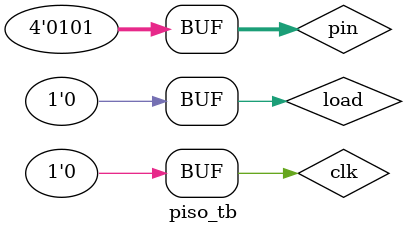
<source format=v>
/*
   Author : Harsh Dixit 
   Date : 17-02-2022
*/
`timescale 100ns


module piso(clk,pin,sout,load); 
input [3:0] pin; 
input clk,load;

output reg sout ; 
reg [3:0] temp =0; 

always @(posedge clk)
begin 
if(load)
temp <= pin ; 
else 
begin
sout <= temp[3];
temp <= {temp[2:0],1'b0};
end
end
endmodule                                                            


module piso_tb();
reg[3:0] pin ; 
reg clk, load; 

wire sout; 

piso dut(.clk(clk),.pin(pin),.sout(sout),.load(load));



initial
begin
clk = 0;
pin = 4'b1010;
load = 1'b1; 
 #10; 
load= 1'b0;
 #10; 
load= 1'b1; 
 #50;
load= 1'b1; 
pin= 4'b0101; 
 #10;
load = 1'b0;
end

endmodule
</source>
